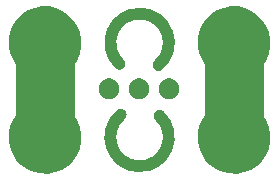
<source format=gbs>
%TF.GenerationSoftware,KiCad,Pcbnew,4.0.7-e2-6376~58~ubuntu16.04.1*%
%TF.CreationDate,2017-10-07T15:22:47-07:00*%
%TF.ProjectId,2x3-Servo-Header,3278332D536572766F2D486561646572,v1.2*%
%TF.FileFunction,Soldermask,Bot*%
%FSLAX46Y46*%
G04 Gerber Fmt 4.6, Leading zero omitted, Abs format (unit mm)*
G04 Created by KiCad (PCBNEW 4.0.7-e2-6376~58~ubuntu16.04.1) date Sat Oct  7 15:22:47 2017*
%MOMM*%
%LPD*%
G01*
G04 APERTURE LIST*
%ADD10C,0.350000*%
%ADD11C,1.000000*%
%ADD12C,5.000000*%
G04 APERTURE END LIST*
D10*
D11*
X36419205Y-31028631D02*
G75*
G03X33124400Y-30934800I-1594805J1893831D01*
G01*
D12*
X26824400Y-37634800D02*
X26824400Y-28634800D01*
X42824400Y-37634800D02*
X42824400Y-28634800D01*
D11*
X33224400Y-35234800D02*
G75*
G03X36519205Y-35328631I1594805J-1893831D01*
G01*
D10*
G36*
X27147510Y-34060647D02*
X27738455Y-34181951D01*
X28294598Y-34415732D01*
X28794734Y-34753078D01*
X29219821Y-35181143D01*
X29553666Y-35683621D01*
X29783556Y-36241376D01*
X29900664Y-36832814D01*
X29900664Y-36832824D01*
X29900731Y-36833163D01*
X29891110Y-37522216D01*
X29891033Y-37522554D01*
X29891033Y-37522562D01*
X29757457Y-38110501D01*
X29512085Y-38661616D01*
X29164337Y-39154578D01*
X28727462Y-39570609D01*
X28218100Y-39893861D01*
X27655654Y-40112019D01*
X27061547Y-40216776D01*
X26458403Y-40204142D01*
X25869200Y-40074597D01*
X25316382Y-39833077D01*
X24821007Y-39488782D01*
X24401937Y-39054823D01*
X24075138Y-38547730D01*
X23853056Y-37986814D01*
X23744155Y-37393458D01*
X23752577Y-36790241D01*
X23878006Y-36200147D01*
X24115659Y-35645658D01*
X24456491Y-35147888D01*
X24887512Y-34725800D01*
X25392313Y-34395468D01*
X25951659Y-34169477D01*
X26544245Y-34056436D01*
X27147510Y-34060647D01*
X27147510Y-34060647D01*
G37*
G36*
X43147510Y-34060647D02*
X43738455Y-34181951D01*
X44294598Y-34415732D01*
X44794734Y-34753078D01*
X45219821Y-35181143D01*
X45553666Y-35683621D01*
X45783556Y-36241376D01*
X45900664Y-36832814D01*
X45900664Y-36832824D01*
X45900731Y-36833163D01*
X45891110Y-37522216D01*
X45891033Y-37522554D01*
X45891033Y-37522562D01*
X45757457Y-38110501D01*
X45512085Y-38661616D01*
X45164337Y-39154578D01*
X44727462Y-39570609D01*
X44218100Y-39893861D01*
X43655654Y-40112019D01*
X43061547Y-40216776D01*
X42458403Y-40204142D01*
X41869200Y-40074597D01*
X41316382Y-39833077D01*
X40821007Y-39488782D01*
X40401937Y-39054823D01*
X40075138Y-38547730D01*
X39853056Y-37986814D01*
X39744155Y-37393458D01*
X39752577Y-36790241D01*
X39878006Y-36200147D01*
X40115659Y-35645658D01*
X40456491Y-35147888D01*
X40887512Y-34725800D01*
X41392313Y-34395468D01*
X41951659Y-34169477D01*
X42544245Y-34056436D01*
X43147510Y-34060647D01*
X43147510Y-34060647D01*
G37*
G36*
X32316435Y-32159182D02*
X32484750Y-32193733D01*
X32643162Y-32260323D01*
X32785616Y-32356409D01*
X32906694Y-32478335D01*
X33001781Y-32621454D01*
X33067263Y-32780324D01*
X33100569Y-32948535D01*
X33100638Y-32948884D01*
X33097897Y-33145148D01*
X33097820Y-33145486D01*
X33097820Y-33145495D01*
X33059829Y-33312713D01*
X32989940Y-33469685D01*
X32890890Y-33610098D01*
X32766453Y-33728597D01*
X32621370Y-33820670D01*
X32461169Y-33882808D01*
X32291948Y-33912647D01*
X32120151Y-33909047D01*
X31952328Y-33872150D01*
X31794866Y-33803356D01*
X31653770Y-33705292D01*
X31534405Y-33581686D01*
X31441322Y-33437249D01*
X31378064Y-33277478D01*
X31347047Y-33108476D01*
X31349445Y-32936659D01*
X31385172Y-32768580D01*
X31452862Y-32610645D01*
X31549943Y-32468863D01*
X31672711Y-32348639D01*
X31816496Y-32254550D01*
X31975816Y-32190179D01*
X32144601Y-32157983D01*
X32316435Y-32159182D01*
X32316435Y-32159182D01*
G37*
G36*
X34856435Y-32159182D02*
X35024750Y-32193733D01*
X35183162Y-32260323D01*
X35325616Y-32356409D01*
X35446694Y-32478335D01*
X35541781Y-32621454D01*
X35607263Y-32780324D01*
X35640569Y-32948535D01*
X35640638Y-32948884D01*
X35637897Y-33145148D01*
X35637820Y-33145486D01*
X35637820Y-33145495D01*
X35599829Y-33312713D01*
X35529940Y-33469685D01*
X35430890Y-33610098D01*
X35306453Y-33728597D01*
X35161370Y-33820670D01*
X35001169Y-33882808D01*
X34831948Y-33912647D01*
X34660151Y-33909047D01*
X34492328Y-33872150D01*
X34334866Y-33803356D01*
X34193770Y-33705292D01*
X34074405Y-33581686D01*
X33981322Y-33437249D01*
X33918064Y-33277478D01*
X33887047Y-33108476D01*
X33889445Y-32936659D01*
X33925172Y-32768580D01*
X33992862Y-32610645D01*
X34089943Y-32468863D01*
X34212711Y-32348639D01*
X34356496Y-32254550D01*
X34515816Y-32190179D01*
X34684601Y-32157983D01*
X34856435Y-32159182D01*
X34856435Y-32159182D01*
G37*
G36*
X37396435Y-32159182D02*
X37564750Y-32193733D01*
X37723162Y-32260323D01*
X37865616Y-32356409D01*
X37986694Y-32478335D01*
X38081781Y-32621454D01*
X38147263Y-32780324D01*
X38180569Y-32948535D01*
X38180638Y-32948884D01*
X38177897Y-33145148D01*
X38177820Y-33145486D01*
X38177820Y-33145495D01*
X38139829Y-33312713D01*
X38069940Y-33469685D01*
X37970890Y-33610098D01*
X37846453Y-33728597D01*
X37701370Y-33820670D01*
X37541169Y-33882808D01*
X37371948Y-33912647D01*
X37200151Y-33909047D01*
X37032328Y-33872150D01*
X36874866Y-33803356D01*
X36733770Y-33705292D01*
X36614405Y-33581686D01*
X36521322Y-33437249D01*
X36458064Y-33277478D01*
X36427047Y-33108476D01*
X36429445Y-32936659D01*
X36465172Y-32768580D01*
X36532862Y-32610645D01*
X36629943Y-32468863D01*
X36752711Y-32348639D01*
X36896496Y-32254550D01*
X37055816Y-32190179D01*
X37224601Y-32157983D01*
X37396435Y-32159182D01*
X37396435Y-32159182D01*
G37*
G36*
X27147510Y-26060647D02*
X27738455Y-26181951D01*
X28294598Y-26415732D01*
X28794734Y-26753078D01*
X29219821Y-27181143D01*
X29553666Y-27683621D01*
X29783556Y-28241376D01*
X29900664Y-28832814D01*
X29900664Y-28832824D01*
X29900731Y-28833163D01*
X29891110Y-29522216D01*
X29891033Y-29522554D01*
X29891033Y-29522562D01*
X29757457Y-30110501D01*
X29512085Y-30661616D01*
X29164337Y-31154578D01*
X28727462Y-31570609D01*
X28218100Y-31893861D01*
X27655654Y-32112019D01*
X27061547Y-32216776D01*
X26458403Y-32204142D01*
X25869200Y-32074597D01*
X25316382Y-31833077D01*
X24821007Y-31488782D01*
X24401937Y-31054823D01*
X24075138Y-30547730D01*
X23853056Y-29986814D01*
X23744155Y-29393458D01*
X23752577Y-28790241D01*
X23878006Y-28200147D01*
X24115659Y-27645658D01*
X24456491Y-27147888D01*
X24887512Y-26725800D01*
X25392313Y-26395468D01*
X25951659Y-26169477D01*
X26544245Y-26056436D01*
X27147510Y-26060647D01*
X27147510Y-26060647D01*
G37*
G36*
X43147510Y-26060647D02*
X43738455Y-26181951D01*
X44294598Y-26415732D01*
X44794734Y-26753078D01*
X45219821Y-27181143D01*
X45553666Y-27683621D01*
X45783556Y-28241376D01*
X45900664Y-28832814D01*
X45900664Y-28832824D01*
X45900731Y-28833163D01*
X45891110Y-29522216D01*
X45891033Y-29522554D01*
X45891033Y-29522562D01*
X45757457Y-30110501D01*
X45512085Y-30661616D01*
X45164337Y-31154578D01*
X44727462Y-31570609D01*
X44218100Y-31893861D01*
X43655654Y-32112019D01*
X43061547Y-32216776D01*
X42458403Y-32204142D01*
X41869200Y-32074597D01*
X41316382Y-31833077D01*
X40821007Y-31488782D01*
X40401937Y-31054823D01*
X40075138Y-30547730D01*
X39853056Y-29986814D01*
X39744155Y-29393458D01*
X39752577Y-28790241D01*
X39878006Y-28200147D01*
X40115659Y-27645658D01*
X40456491Y-27147888D01*
X40887512Y-26725800D01*
X41392313Y-26395468D01*
X41951659Y-26169477D01*
X42544245Y-26056436D01*
X43147510Y-26060647D01*
X43147510Y-26060647D01*
G37*
M02*

</source>
